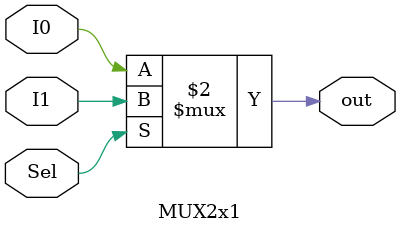
<source format=v>
`timescale 1ns / 1ps


module MUX2x1(
    input I0, I1, Sel,
    output out
    );
    assign out = (Sel == 1) ? I1 : I0;
    
endmodule

</source>
